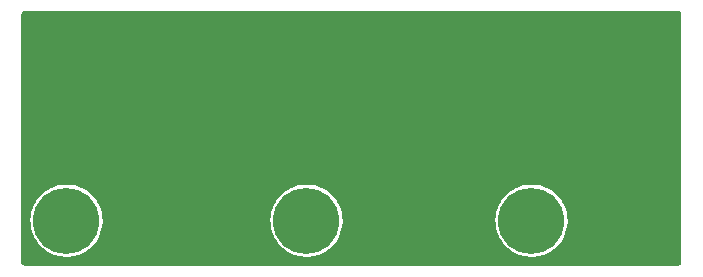
<source format=gbr>
%TF.GenerationSoftware,KiCad,Pcbnew,6.0.2+dfsg-1*%
%TF.CreationDate,2023-02-05T15:08:22-05:00*%
%TF.ProjectId,LTC4414-battery-backup-test,4c544334-3431-4342-9d62-617474657279,rev?*%
%TF.SameCoordinates,Original*%
%TF.FileFunction,Copper,L2,Bot*%
%TF.FilePolarity,Positive*%
%FSLAX46Y46*%
G04 Gerber Fmt 4.6, Leading zero omitted, Abs format (unit mm)*
G04 Created by KiCad (PCBNEW 6.0.2+dfsg-1) date 2023-02-05 15:08:22*
%MOMM*%
%LPD*%
G01*
G04 APERTURE LIST*
%TA.AperFunction,ComponentPad*%
%ADD10C,5.600000*%
%TD*%
%TA.AperFunction,ViaPad*%
%ADD11C,0.800000*%
%TD*%
G04 APERTURE END LIST*
D10*
%TO.P,H6,1,1*%
%TO.N,GND*%
X100330000Y-105410000D03*
%TD*%
%TO.P,H5,1,1*%
%TO.N,LOAD*%
X92710000Y-105410000D03*
%TD*%
%TO.P,H4,1,1*%
%TO.N,GND*%
X119380000Y-105410000D03*
%TD*%
%TO.P,H3,1,1*%
%TO.N,+BATT*%
X111760000Y-105410000D03*
%TD*%
%TO.P,H2,1,1*%
%TO.N,GND*%
X80010000Y-105410000D03*
%TD*%
%TO.P,H1,1,1*%
%TO.N,+12V*%
X72390000Y-105410000D03*
%TD*%
D11*
%TO.N,GND*%
X78740000Y-91440000D03*
%TD*%
%TA.AperFunction,Conductor*%
%TO.N,GND*%
G36*
X124218171Y-87632421D02*
G01*
X124278622Y-87644446D01*
X124324042Y-87663260D01*
X124364766Y-87690471D01*
X124399529Y-87725234D01*
X124426740Y-87765958D01*
X124445554Y-87811378D01*
X124457579Y-87871829D01*
X124460000Y-87896411D01*
X124460000Y-108953589D01*
X124457579Y-108978171D01*
X124445554Y-109038622D01*
X124426740Y-109084042D01*
X124399529Y-109124766D01*
X124364766Y-109159529D01*
X124324042Y-109186740D01*
X124278622Y-109205554D01*
X124218171Y-109217579D01*
X124193589Y-109220000D01*
X68846411Y-109220000D01*
X68821829Y-109217579D01*
X68761378Y-109205554D01*
X68715958Y-109186740D01*
X68675234Y-109159529D01*
X68640471Y-109124766D01*
X68613260Y-109084042D01*
X68594446Y-109038622D01*
X68582421Y-108978171D01*
X68580000Y-108953589D01*
X68580000Y-105367285D01*
X69330985Y-105367285D01*
X69345288Y-105708537D01*
X69397540Y-106046067D01*
X69487091Y-106375669D01*
X69612825Y-106693235D01*
X69614470Y-106696329D01*
X69614471Y-106696331D01*
X69675678Y-106811444D01*
X69773173Y-106994807D01*
X69775163Y-106997713D01*
X69775164Y-106997715D01*
X69964147Y-107273718D01*
X69964152Y-107273724D01*
X69966138Y-107276625D01*
X70189314Y-107535177D01*
X70439921Y-107767241D01*
X70714833Y-107969924D01*
X70717870Y-107971678D01*
X70717874Y-107971680D01*
X70832444Y-108037827D01*
X71010624Y-108140699D01*
X71133621Y-108194435D01*
X71320388Y-108276032D01*
X71320391Y-108276033D01*
X71323609Y-108277439D01*
X71326966Y-108278478D01*
X71326971Y-108278480D01*
X71462639Y-108320476D01*
X71649885Y-108378438D01*
X71985386Y-108442439D01*
X72240610Y-108462077D01*
X72322434Y-108468373D01*
X72322435Y-108468373D01*
X72325931Y-108468642D01*
X72532793Y-108461418D01*
X72663758Y-108456845D01*
X72663763Y-108456845D01*
X72667273Y-108456722D01*
X72836216Y-108431775D01*
X73001681Y-108407341D01*
X73001686Y-108407340D01*
X73005160Y-108406827D01*
X73008552Y-108405931D01*
X73008556Y-108405930D01*
X73331989Y-108320476D01*
X73331990Y-108320476D01*
X73335380Y-108319580D01*
X73653816Y-108196066D01*
X73956499Y-108037827D01*
X74239658Y-107846834D01*
X74330729Y-107769327D01*
X74497089Y-107627743D01*
X74497090Y-107627742D01*
X74499762Y-107625468D01*
X74587058Y-107532507D01*
X74731159Y-107379056D01*
X74731163Y-107379051D01*
X74733570Y-107376488D01*
X74735675Y-107373674D01*
X74735681Y-107373667D01*
X74936058Y-107105817D01*
X74938167Y-107102998D01*
X75111003Y-106808406D01*
X75249924Y-106496383D01*
X75353199Y-106170820D01*
X75419540Y-105835774D01*
X75448120Y-105495421D01*
X75449313Y-105410000D01*
X75446926Y-105367285D01*
X89650985Y-105367285D01*
X89665288Y-105708537D01*
X89717540Y-106046067D01*
X89807091Y-106375669D01*
X89932825Y-106693235D01*
X89934470Y-106696329D01*
X89934471Y-106696331D01*
X89995678Y-106811444D01*
X90093173Y-106994807D01*
X90095163Y-106997713D01*
X90095164Y-106997715D01*
X90284147Y-107273718D01*
X90284152Y-107273724D01*
X90286138Y-107276625D01*
X90509314Y-107535177D01*
X90759921Y-107767241D01*
X91034833Y-107969924D01*
X91037870Y-107971678D01*
X91037874Y-107971680D01*
X91152444Y-108037827D01*
X91330624Y-108140699D01*
X91453621Y-108194435D01*
X91640388Y-108276032D01*
X91640391Y-108276033D01*
X91643609Y-108277439D01*
X91646966Y-108278478D01*
X91646971Y-108278480D01*
X91782639Y-108320476D01*
X91969885Y-108378438D01*
X92305386Y-108442439D01*
X92560610Y-108462077D01*
X92642434Y-108468373D01*
X92642435Y-108468373D01*
X92645931Y-108468642D01*
X92852793Y-108461418D01*
X92983758Y-108456845D01*
X92983763Y-108456845D01*
X92987273Y-108456722D01*
X93156216Y-108431775D01*
X93321681Y-108407341D01*
X93321686Y-108407340D01*
X93325160Y-108406827D01*
X93328552Y-108405931D01*
X93328556Y-108405930D01*
X93651989Y-108320476D01*
X93651990Y-108320476D01*
X93655380Y-108319580D01*
X93973816Y-108196066D01*
X94276499Y-108037827D01*
X94559658Y-107846834D01*
X94650729Y-107769327D01*
X94817089Y-107627743D01*
X94817090Y-107627742D01*
X94819762Y-107625468D01*
X94907058Y-107532507D01*
X95051159Y-107379056D01*
X95051163Y-107379051D01*
X95053570Y-107376488D01*
X95055675Y-107373674D01*
X95055681Y-107373667D01*
X95256058Y-107105817D01*
X95258167Y-107102998D01*
X95431003Y-106808406D01*
X95569924Y-106496383D01*
X95673199Y-106170820D01*
X95739540Y-105835774D01*
X95768120Y-105495421D01*
X95769313Y-105410000D01*
X95766926Y-105367285D01*
X108700985Y-105367285D01*
X108715288Y-105708537D01*
X108767540Y-106046067D01*
X108857091Y-106375669D01*
X108982825Y-106693235D01*
X108984470Y-106696329D01*
X108984471Y-106696331D01*
X109045678Y-106811444D01*
X109143173Y-106994807D01*
X109145163Y-106997713D01*
X109145164Y-106997715D01*
X109334147Y-107273718D01*
X109334152Y-107273724D01*
X109336138Y-107276625D01*
X109559314Y-107535177D01*
X109809921Y-107767241D01*
X110084833Y-107969924D01*
X110087870Y-107971678D01*
X110087874Y-107971680D01*
X110202444Y-108037827D01*
X110380624Y-108140699D01*
X110503621Y-108194435D01*
X110690388Y-108276032D01*
X110690391Y-108276033D01*
X110693609Y-108277439D01*
X110696966Y-108278478D01*
X110696971Y-108278480D01*
X110832639Y-108320476D01*
X111019885Y-108378438D01*
X111355386Y-108442439D01*
X111610610Y-108462077D01*
X111692434Y-108468373D01*
X111692435Y-108468373D01*
X111695931Y-108468642D01*
X111902793Y-108461418D01*
X112033758Y-108456845D01*
X112033763Y-108456845D01*
X112037273Y-108456722D01*
X112206216Y-108431775D01*
X112371681Y-108407341D01*
X112371686Y-108407340D01*
X112375160Y-108406827D01*
X112378552Y-108405931D01*
X112378556Y-108405930D01*
X112701989Y-108320476D01*
X112701990Y-108320476D01*
X112705380Y-108319580D01*
X113023816Y-108196066D01*
X113326499Y-108037827D01*
X113609658Y-107846834D01*
X113700729Y-107769327D01*
X113867089Y-107627743D01*
X113867090Y-107627742D01*
X113869762Y-107625468D01*
X113957058Y-107532507D01*
X114101159Y-107379056D01*
X114101163Y-107379051D01*
X114103570Y-107376488D01*
X114105675Y-107373674D01*
X114105681Y-107373667D01*
X114306058Y-107105817D01*
X114308167Y-107102998D01*
X114481003Y-106808406D01*
X114619924Y-106496383D01*
X114723199Y-106170820D01*
X114789540Y-105835774D01*
X114818120Y-105495421D01*
X114819313Y-105410000D01*
X114816729Y-105363767D01*
X114800443Y-105072491D01*
X114800247Y-105068982D01*
X114743287Y-104732214D01*
X114649143Y-104403894D01*
X114603365Y-104292829D01*
X114520326Y-104091359D01*
X114520322Y-104091351D01*
X114518988Y-104088114D01*
X114354445Y-103788811D01*
X114331168Y-103755813D01*
X114159595Y-103512594D01*
X114159594Y-103512593D01*
X114157564Y-103509715D01*
X113930799Y-103254303D01*
X113676977Y-103025761D01*
X113639916Y-102999228D01*
X113402129Y-102828989D01*
X113402122Y-102828985D01*
X113399262Y-102826937D01*
X113101115Y-102660308D01*
X112786251Y-102527951D01*
X112782882Y-102526960D01*
X112782878Y-102526958D01*
X112650990Y-102488141D01*
X112458597Y-102431517D01*
X112455138Y-102430907D01*
X112455129Y-102430905D01*
X112222591Y-102389903D01*
X112122235Y-102372208D01*
X112043811Y-102367274D01*
X111784876Y-102350983D01*
X111784870Y-102350983D01*
X111781358Y-102350762D01*
X111701603Y-102354663D01*
X111443722Y-102367274D01*
X111443713Y-102367275D01*
X111440215Y-102367446D01*
X111436747Y-102368008D01*
X111436744Y-102368008D01*
X111106532Y-102421491D01*
X111106529Y-102421492D01*
X111103057Y-102422054D01*
X111099670Y-102423000D01*
X111099664Y-102423001D01*
X110828941Y-102498589D01*
X110774088Y-102513904D01*
X110735947Y-102529314D01*
X110460672Y-102640532D01*
X110460668Y-102640534D01*
X110457408Y-102641851D01*
X110454321Y-102643520D01*
X110454317Y-102643522D01*
X110425793Y-102658945D01*
X110156963Y-102804301D01*
X109876499Y-102999228D01*
X109873857Y-103001541D01*
X109873853Y-103001544D01*
X109843498Y-103028118D01*
X109619511Y-103224204D01*
X109389202Y-103476425D01*
X109188444Y-103752745D01*
X109186702Y-103755811D01*
X109186701Y-103755813D01*
X109167956Y-103788811D01*
X109019737Y-104049722D01*
X108885186Y-104363653D01*
X108786467Y-104690627D01*
X108724811Y-105026566D01*
X108700985Y-105367285D01*
X95766926Y-105367285D01*
X95766729Y-105363767D01*
X95750443Y-105072491D01*
X95750247Y-105068982D01*
X95693287Y-104732214D01*
X95599143Y-104403894D01*
X95553365Y-104292829D01*
X95470326Y-104091359D01*
X95470322Y-104091351D01*
X95468988Y-104088114D01*
X95304445Y-103788811D01*
X95281168Y-103755813D01*
X95109595Y-103512594D01*
X95109594Y-103512593D01*
X95107564Y-103509715D01*
X94880799Y-103254303D01*
X94626977Y-103025761D01*
X94589916Y-102999228D01*
X94352129Y-102828989D01*
X94352122Y-102828985D01*
X94349262Y-102826937D01*
X94051115Y-102660308D01*
X93736251Y-102527951D01*
X93732882Y-102526960D01*
X93732878Y-102526958D01*
X93600990Y-102488141D01*
X93408597Y-102431517D01*
X93405138Y-102430907D01*
X93405129Y-102430905D01*
X93172591Y-102389903D01*
X93072235Y-102372208D01*
X92993811Y-102367274D01*
X92734876Y-102350983D01*
X92734870Y-102350983D01*
X92731358Y-102350762D01*
X92651603Y-102354663D01*
X92393722Y-102367274D01*
X92393713Y-102367275D01*
X92390215Y-102367446D01*
X92386747Y-102368008D01*
X92386744Y-102368008D01*
X92056532Y-102421491D01*
X92056529Y-102421492D01*
X92053057Y-102422054D01*
X92049670Y-102423000D01*
X92049664Y-102423001D01*
X91778941Y-102498589D01*
X91724088Y-102513904D01*
X91685947Y-102529314D01*
X91410672Y-102640532D01*
X91410668Y-102640534D01*
X91407408Y-102641851D01*
X91404321Y-102643520D01*
X91404317Y-102643522D01*
X91375793Y-102658945D01*
X91106963Y-102804301D01*
X90826499Y-102999228D01*
X90823857Y-103001541D01*
X90823853Y-103001544D01*
X90793498Y-103028118D01*
X90569511Y-103224204D01*
X90339202Y-103476425D01*
X90138444Y-103752745D01*
X90136702Y-103755811D01*
X90136701Y-103755813D01*
X90117956Y-103788811D01*
X89969737Y-104049722D01*
X89835186Y-104363653D01*
X89736467Y-104690627D01*
X89674811Y-105026566D01*
X89650985Y-105367285D01*
X75446926Y-105367285D01*
X75446729Y-105363767D01*
X75430443Y-105072491D01*
X75430247Y-105068982D01*
X75373287Y-104732214D01*
X75279143Y-104403894D01*
X75233365Y-104292829D01*
X75150326Y-104091359D01*
X75150322Y-104091351D01*
X75148988Y-104088114D01*
X74984445Y-103788811D01*
X74961168Y-103755813D01*
X74789595Y-103512594D01*
X74789594Y-103512593D01*
X74787564Y-103509715D01*
X74560799Y-103254303D01*
X74306977Y-103025761D01*
X74269916Y-102999228D01*
X74032129Y-102828989D01*
X74032122Y-102828985D01*
X74029262Y-102826937D01*
X73731115Y-102660308D01*
X73416251Y-102527951D01*
X73412882Y-102526960D01*
X73412878Y-102526958D01*
X73280990Y-102488141D01*
X73088597Y-102431517D01*
X73085138Y-102430907D01*
X73085129Y-102430905D01*
X72852591Y-102389903D01*
X72752235Y-102372208D01*
X72673811Y-102367274D01*
X72414876Y-102350983D01*
X72414870Y-102350983D01*
X72411358Y-102350762D01*
X72331603Y-102354663D01*
X72073722Y-102367274D01*
X72073713Y-102367275D01*
X72070215Y-102367446D01*
X72066747Y-102368008D01*
X72066744Y-102368008D01*
X71736532Y-102421491D01*
X71736529Y-102421492D01*
X71733057Y-102422054D01*
X71729670Y-102423000D01*
X71729664Y-102423001D01*
X71458941Y-102498589D01*
X71404088Y-102513904D01*
X71365947Y-102529314D01*
X71090672Y-102640532D01*
X71090668Y-102640534D01*
X71087408Y-102641851D01*
X71084321Y-102643520D01*
X71084317Y-102643522D01*
X71055793Y-102658945D01*
X70786963Y-102804301D01*
X70506499Y-102999228D01*
X70503857Y-103001541D01*
X70503853Y-103001544D01*
X70473498Y-103028118D01*
X70249511Y-103224204D01*
X70019202Y-103476425D01*
X69818444Y-103752745D01*
X69816702Y-103755811D01*
X69816701Y-103755813D01*
X69797956Y-103788811D01*
X69649737Y-104049722D01*
X69515186Y-104363653D01*
X69416467Y-104690627D01*
X69354811Y-105026566D01*
X69330985Y-105367285D01*
X68580000Y-105367285D01*
X68580000Y-87896411D01*
X68582421Y-87871829D01*
X68594446Y-87811378D01*
X68613260Y-87765958D01*
X68640471Y-87725234D01*
X68675234Y-87690471D01*
X68715958Y-87663260D01*
X68761378Y-87644446D01*
X68821829Y-87632421D01*
X68846411Y-87630000D01*
X124193589Y-87630000D01*
X124218171Y-87632421D01*
G37*
%TD.AperFunction*%
%TD*%
M02*

</source>
